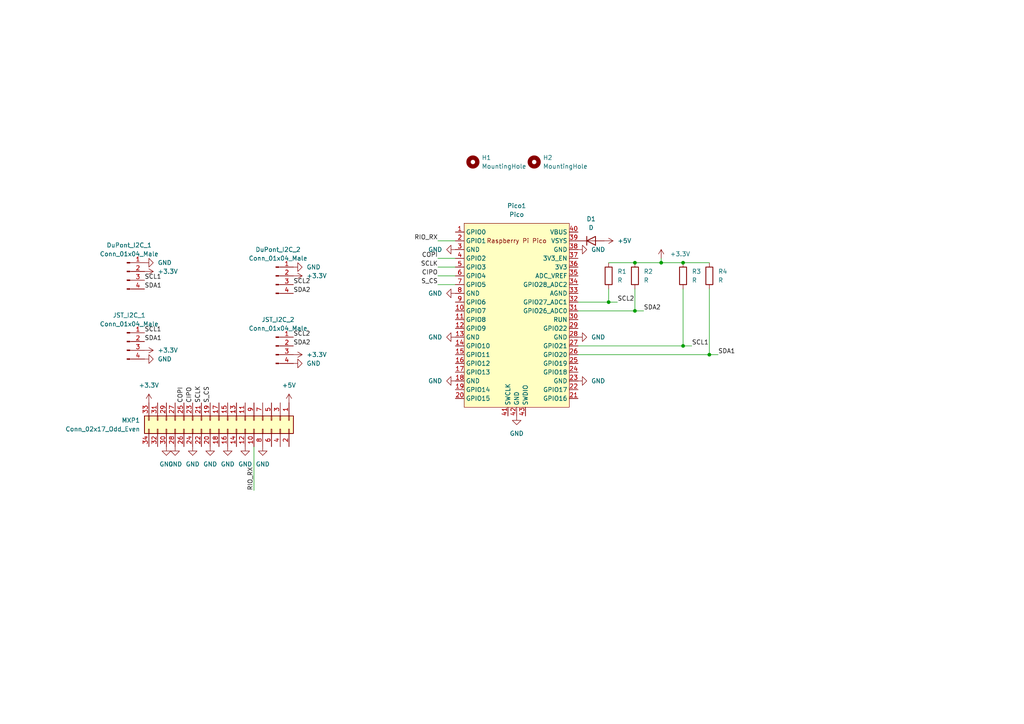
<source format=kicad_sch>
(kicad_sch (version 20211123) (generator eeschema)
  (paper "A4")
  (lib_symbols
    (symbol "Connector:Conn_01x04_Male" (pin_names (offset 1.016) hide)
      (property "Reference" "J" (at 0 5.08 0))
      (property "Value" "Conn_01x04_Male" (at 0 -7.62 0))
      (symbol "Conn_01x04_Male_1_1"
        (polyline (pts (xy 1.27 -5.08) (xy 0.8636 -5.08)) (stroke (width 0.1524)))
        (polyline (pts (xy 1.27 -2.54) (xy 0.8636 -2.54)) (stroke (width 0.1524)))
        (polyline (pts (xy 1.27 0) (xy 0.8636 0)) (stroke (width 0.1524)))
        (polyline (pts (xy 1.27 2.54) (xy 0.8636 2.54)) (stroke (width 0.1524)))
        (rectangle (start 0.8636 -4.953) (end 0 -5.207) (stroke (width 0.1524)) (fill (type outline)))
        (rectangle (start 0.8636 -2.413) (end 0 -2.667) (stroke (width 0.1524)) (fill (type outline)))
        (rectangle (start 0.8636 0.127) (end 0 -0.127) (stroke (width 0.1524)) (fill (type outline)))
        (rectangle (start 0.8636 2.667) (end 0 2.413) (stroke (width 0.1524)) (fill (type outline)))
        (pin passive line (at 5.08 2.54 180) (length 3.81) (name "Pin_1") (number "1"))
        (pin passive line (at 5.08 0 180) (length 3.81) (name "Pin_2") (number "2"))
        (pin passive line (at 5.08 -2.54 180) (length 3.81) (name "Pin_3") (number "3"))
        (pin passive line (at 5.08 -5.08 180) (length 3.81) (name "Pin_4") (number "4"))
      )
    )
    (symbol "Connector_Generic:Conn_02x17_Odd_Even" (pin_names (offset 1.016) hide)
      (property "Reference" "J" (at 1.27 22.86 0))
      (property "Value" "Conn_02x17_Odd_Even" (at 1.27 -22.86 0))
      (symbol "Conn_02x17_Odd_Even_1_1"
        (rectangle (start -1.27 -20.193) (end 0 -20.447) (stroke (width 0.1524)))
        (rectangle (start -1.27 -17.653) (end 0 -17.907) (stroke (width 0.1524)))
        (rectangle (start -1.27 -15.113) (end 0 -15.367) (stroke (width 0.1524)))
        (rectangle (start -1.27 -12.573) (end 0 -12.827) (stroke (width 0.1524)))
        (rectangle (start -1.27 -10.033) (end 0 -10.287) (stroke (width 0.1524)))
        (rectangle (start -1.27 -7.493) (end 0 -7.747) (stroke (width 0.1524)))
        (rectangle (start -1.27 -4.953) (end 0 -5.207) (stroke (width 0.1524)))
        (rectangle (start -1.27 -2.413) (end 0 -2.667) (stroke (width 0.1524)))
        (rectangle (start -1.27 0.127) (end 0 -0.127) (stroke (width 0.1524)))
        (rectangle (start -1.27 2.667) (end 0 2.413) (stroke (width 0.1524)))
        (rectangle (start -1.27 5.207) (end 0 4.953) (stroke (width 0.1524)))
        (rectangle (start -1.27 7.747) (end 0 7.493) (stroke (width 0.1524)))
        (rectangle (start -1.27 10.287) (end 0 10.033) (stroke (width 0.1524)))
        (rectangle (start -1.27 12.827) (end 0 12.573) (stroke (width 0.1524)))
        (rectangle (start -1.27 15.367) (end 0 15.113) (stroke (width 0.1524)))
        (rectangle (start -1.27 17.907) (end 0 17.653) (stroke (width 0.1524)))
        (rectangle (start -1.27 20.447) (end 0 20.193) (stroke (width 0.1524)))
        (rectangle (start -1.27 21.59) (end 3.81 -21.59) (stroke (width 0.254)) (fill (type background)))
        (rectangle (start 3.81 -20.193) (end 2.54 -20.447) (stroke (width 0.1524)))
        (rectangle (start 3.81 -17.653) (end 2.54 -17.907) (stroke (width 0.1524)))
        (rectangle (start 3.81 -15.113) (end 2.54 -15.367) (stroke (width 0.1524)))
        (rectangle (start 3.81 -12.573) (end 2.54 -12.827) (stroke (width 0.1524)))
        (rectangle (start 3.81 -10.033) (end 2.54 -10.287) (stroke (width 0.1524)))
        (rectangle (start 3.81 -7.493) (end 2.54 -7.747) (stroke (width 0.1524)))
        (rectangle (start 3.81 -4.953) (end 2.54 -5.207) (stroke (width 0.1524)))
        (rectangle (start 3.81 -2.413) (end 2.54 -2.667) (stroke (width 0.1524)))
        (rectangle (start 3.81 0.127) (end 2.54 -0.127) (stroke (width 0.1524)))
        (rectangle (start 3.81 2.667) (end 2.54 2.413) (stroke (width 0.1524)))
        (rectangle (start 3.81 5.207) (end 2.54 4.953) (stroke (width 0.1524)))
        (rectangle (start 3.81 7.747) (end 2.54 7.493) (stroke (width 0.1524)))
        (rectangle (start 3.81 10.287) (end 2.54 10.033) (stroke (width 0.1524)))
        (rectangle (start 3.81 12.827) (end 2.54 12.573) (stroke (width 0.1524)))
        (rectangle (start 3.81 15.367) (end 2.54 15.113) (stroke (width 0.1524)))
        (rectangle (start 3.81 17.907) (end 2.54 17.653) (stroke (width 0.1524)))
        (rectangle (start 3.81 20.447) (end 2.54 20.193) (stroke (width 0.1524)))
        (pin passive line (at -5.08 20.32 0) (length 3.81) (name "Pin_1") (number "1"))
        (pin passive line (at 7.62 10.16 180) (length 3.81) (name "Pin_10") (number "10"))
        (pin passive line (at -5.08 7.62 0) (length 3.81) (name "Pin_11") (number "11"))
        (pin passive line (at 7.62 7.62 180) (length 3.81) (name "Pin_12") (number "12"))
        (pin passive line (at -5.08 5.08 0) (length 3.81) (name "Pin_13") (number "13"))
        (pin passive line (at 7.62 5.08 180) (length 3.81) (name "Pin_14") (number "14"))
        (pin passive line (at -5.08 2.54 0) (length 3.81) (name "Pin_15") (number "15"))
        (pin passive line (at 7.62 2.54 180) (length 3.81) (name "Pin_16") (number "16"))
        (pin passive line (at -5.08 0 0) (length 3.81) (name "Pin_17") (number "17"))
        (pin passive line (at 7.62 0 180) (length 3.81) (name "Pin_18") (number "18"))
        (pin passive line (at -5.08 -2.54 0) (length 3.81) (name "Pin_19") (number "19"))
        (pin passive line (at 7.62 20.32 180) (length 3.81) (name "Pin_2") (number "2"))
        (pin passive line (at 7.62 -2.54 180) (length 3.81) (name "Pin_20") (number "20"))
        (pin passive line (at -5.08 -5.08 0) (length 3.81) (name "Pin_21") (number "21"))
        (pin passive line (at 7.62 -5.08 180) (length 3.81) (name "Pin_22") (number "22"))
        (pin passive line (at -5.08 -7.62 0) (length 3.81) (name "Pin_23") (number "23"))
        (pin passive line (at 7.62 -7.62 180) (length 3.81) (name "Pin_24") (number "24"))
        (pin passive line (at -5.08 -10.16 0) (length 3.81) (name "Pin_25") (number "25"))
        (pin passive line (at 7.62 -10.16 180) (length 3.81) (name "Pin_26") (number "26"))
        (pin passive line (at -5.08 -12.7 0) (length 3.81) (name "Pin_27") (number "27"))
        (pin passive line (at 7.62 -12.7 180) (length 3.81) (name "Pin_28") (number "28"))
        (pin passive line (at -5.08 -15.24 0) (length 3.81) (name "Pin_29") (number "29"))
        (pin passive line (at -5.08 17.78 0) (length 3.81) (name "Pin_3") (number "3"))
        (pin passive line (at 7.62 -15.24 180) (length 3.81) (name "Pin_30") (number "30"))
        (pin passive line (at -5.08 -17.78 0) (length 3.81) (name "Pin_31") (number "31"))
        (pin passive line (at 7.62 -17.78 180) (length 3.81) (name "Pin_32") (number "32"))
        (pin passive line (at -5.08 -20.32 0) (length 3.81) (name "Pin_33") (number "33"))
        (pin passive line (at 7.62 -20.32 180) (length 3.81) (name "Pin_34") (number "34"))
        (pin passive line (at 7.62 17.78 180) (length 3.81) (name "Pin_4") (number "4"))
        (pin passive line (at -5.08 15.24 0) (length 3.81) (name "Pin_5") (number "5"))
        (pin passive line (at 7.62 15.24 180) (length 3.81) (name "Pin_6") (number "6"))
        (pin passive line (at -5.08 12.7 0) (length 3.81) (name "Pin_7") (number "7"))
        (pin passive line (at 7.62 12.7 180) (length 3.81) (name "Pin_8") (number "8"))
        (pin passive line (at -5.08 10.16 0) (length 3.81) (name "Pin_9") (number "9"))
      )
    )
    (symbol "Device:D" (pin_numbers hide) (pin_names (offset 1.016) hide)
      (property "Reference" "D" (at 0 2.54 0))
      (property "Value" "D" (at 0 -2.54 0))
      (symbol "D_0_1"
        (polyline (pts (xy -1.27 1.27) (xy -1.27 -1.27)) (stroke (width 0.254)))
        (polyline (pts (xy 1.27 0) (xy -1.27 0)))
        (polyline (pts (xy 1.27 1.27) (xy 1.27 -1.27) (xy -1.27 0) (xy 1.27 1.27)) (stroke (width 0.254)))
      )
      (symbol "D_1_1"
        (pin passive line (at -3.81 0 0) (length 2.54) (name "K") (number "1"))
        (pin passive line (at 3.81 0 180) (length 2.54) (name "A") (number "2"))
      )
    )
    (symbol "Device:R" (pin_numbers hide) (pin_names (offset 0))
      (property "Reference" "R" (at 2.032 0 90))
      (property "Value" "R" (at 0 0 90))
      (symbol "R_0_1"
        (rectangle (start -1.016 -2.54) (end 1.016 2.54) (stroke (width 0.254)))
      )
      (symbol "R_1_1"
        (pin passive line (at 0 3.81 270) (length 1.27) (name "~") (number "1"))
        (pin passive line (at 0 -3.81 90) (length 1.27) (name "~") (number "2"))
      )
    )
    (symbol "MCU_RaspberryPi_and_Boards:Pico"
      (property "Reference" "U" (at -13.97 27.94 0))
      (property "Value" "Pico" (at 0 19.05 0))
      (symbol "Pico_0_0"
        (text "Raspberry Pi Pico" (at 0 21.59 0) (effects (font (size 1.27 1.27))))
      )
      (symbol "Pico_0_1"
        (rectangle (start -15.24 26.67) (end 15.24 -26.67) (fill (type background)))
      )
      (symbol "Pico_1_1"
        (pin bidirectional line (at -17.78 24.13 0) (length 2.54) (name "GPIO0") (number "1"))
        (pin bidirectional line (at -17.78 1.27 0) (length 2.54) (name "GPIO7") (number "10"))
        (pin bidirectional line (at -17.78 -1.27 0) (length 2.54) (name "GPIO8") (number "11"))
        (pin bidirectional line (at -17.78 -3.81 0) (length 2.54) (name "GPIO9") (number "12"))
        (pin power_in line (at -17.78 -6.35 0) (length 2.54) (name "GND") (number "13"))
        (pin bidirectional line (at -17.78 -8.89 0) (length 2.54) (name "GPIO10") (number "14"))
        (pin bidirectional line (at -17.78 -11.43 0) (length 2.54) (name "GPIO11") (number "15"))
        (pin bidirectional line (at -17.78 -13.97 0) (length 2.54) (name "GPIO12") (number "16"))
        (pin bidirectional line (at -17.78 -16.51 0) (length 2.54) (name "GPIO13") (number "17"))
        (pin power_in line (at -17.78 -19.05 0) (length 2.54) (name "GND") (number "18"))
        (pin bidirectional line (at -17.78 -21.59 0) (length 2.54) (name "GPIO14") (number "19"))
        (pin bidirectional line (at -17.78 21.59 0) (length 2.54) (name "GPIO1") (number "2"))
        (pin bidirectional line (at -17.78 -24.13 0) (length 2.54) (name "GPIO15") (number "20"))
        (pin bidirectional line (at 17.78 -24.13 180) (length 2.54) (name "GPIO16") (number "21"))
        (pin bidirectional line (at 17.78 -21.59 180) (length 2.54) (name "GPIO17") (number "22"))
        (pin power_in line (at 17.78 -19.05 180) (length 2.54) (name "GND") (number "23"))
        (pin bidirectional line (at 17.78 -16.51 180) (length 2.54) (name "GPIO18") (number "24"))
        (pin bidirectional line (at 17.78 -13.97 180) (length 2.54) (name "GPIO19") (number "25"))
        (pin bidirectional line (at 17.78 -11.43 180) (length 2.54) (name "GPIO20") (number "26"))
        (pin bidirectional line (at 17.78 -8.89 180) (length 2.54) (name "GPIO21") (number "27"))
        (pin power_in line (at 17.78 -6.35 180) (length 2.54) (name "GND") (number "28"))
        (pin bidirectional line (at 17.78 -3.81 180) (length 2.54) (name "GPIO22") (number "29"))
        (pin power_in line (at -17.78 19.05 0) (length 2.54) (name "GND") (number "3"))
        (pin input line (at 17.78 -1.27 180) (length 2.54) (name "RUN") (number "30"))
        (pin bidirectional line (at 17.78 1.27 180) (length 2.54) (name "GPIO26_ADC0") (number "31"))
        (pin bidirectional line (at 17.78 3.81 180) (length 2.54) (name "GPIO27_ADC1") (number "32"))
        (pin power_in line (at 17.78 6.35 180) (length 2.54) (name "AGND") (number "33"))
        (pin bidirectional line (at 17.78 8.89 180) (length 2.54) (name "GPIO28_ADC2") (number "34"))
        (pin power_in line (at 17.78 11.43 180) (length 2.54) (name "ADC_VREF") (number "35"))
        (pin power_in line (at 17.78 13.97 180) (length 2.54) (name "3V3") (number "36"))
        (pin input line (at 17.78 16.51 180) (length 2.54) (name "3V3_EN") (number "37"))
        (pin bidirectional line (at 17.78 19.05 180) (length 2.54) (name "GND") (number "38"))
        (pin power_in line (at 17.78 21.59 180) (length 2.54) (name "VSYS") (number "39"))
        (pin bidirectional line (at -17.78 16.51 0) (length 2.54) (name "GPIO2") (number "4"))
        (pin power_in line (at 17.78 24.13 180) (length 2.54) (name "VBUS") (number "40"))
        (pin input line (at -2.54 -29.21 90) (length 2.54) (name "SWCLK") (number "41"))
        (pin power_in line (at 0 -29.21 90) (length 2.54) (name "GND") (number "42"))
        (pin bidirectional line (at 2.54 -29.21 90) (length 2.54) (name "SWDIO") (number "43"))
        (pin bidirectional line (at -17.78 13.97 0) (length 2.54) (name "GPIO3") (number "5"))
        (pin bidirectional line (at -17.78 11.43 0) (length 2.54) (name "GPIO4") (number "6"))
        (pin bidirectional line (at -17.78 8.89 0) (length 2.54) (name "GPIO5") (number "7"))
        (pin power_in line (at -17.78 6.35 0) (length 2.54) (name "GND") (number "8"))
        (pin bidirectional line (at -17.78 3.81 0) (length 2.54) (name "GPIO6") (number "9"))
      )
    )
    (symbol "Mechanical:MountingHole" (pin_names (offset 1.016))
      (property "Reference" "H" (at 0 5.08 0))
      (property "Value" "MountingHole" (at 0 3.175 0))
      (symbol "MountingHole_0_1"
        (circle (center 0 0) (radius 1.27) (stroke (width 1.27)))
      )
    )
    (symbol "power:+3.3V" (power) (pin_names (offset 0))
      (property "Value" "+3.3V" (at 0 3.556 0))
      (symbol "+3.3V_0_1"
        (polyline (pts (xy -0.762 1.27) (xy 0 2.54)))
        (polyline (pts (xy 0 0) (xy 0 2.54)))
        (polyline (pts (xy 0 2.54) (xy 0.762 1.27)))
      )
      (symbol "+3.3V_1_1"
        (pin power_in line (at 0 0 90) (length 0) hide (name "+3.3V") (number "1"))
      )
    )
    (symbol "power:+5V" (power) (pin_names (offset 0))
      (property "Value" "+5V" (at 0 3.556 0))
      (symbol "+5V_0_1"
        (polyline (pts (xy -0.762 1.27) (xy 0 2.54)))
        (polyline (pts (xy 0 0) (xy 0 2.54)))
        (polyline (pts (xy 0 2.54) (xy 0.762 1.27)))
      )
      (symbol "+5V_1_1"
        (pin power_in line (at 0 0 90) (length 0) hide (name "+5V") (number "1"))
      )
    )
    (symbol "power:GND" (power) (pin_names (offset 0))
      (property "Value" "GND" (at 0 -3.81 0))
      (symbol "GND_0_1"
        (polyline (pts (xy 0 0) (xy 0 -1.27) (xy 1.27 -1.27) (xy 0 -2.54) (xy -1.27 -1.27) (xy 0 -1.27)))
      )
      (symbol "GND_1_1"
        (pin power_in line (at 0 0 270) (length 0) hide (name "GND") (number "1"))
      )
    )
  )
  (junction (at 184.15 76.2))
  (junction (at 191.77 76.2))
  (junction (at 205.74 102.87))
  (junction (at 198.12 100.33))
  (junction (at 184.15 90.17))
  (junction (at 198.12 76.2))
  (junction (at 176.53 87.63))
  (wire (pts (xy 73.66 142.24) (xy 73.66 129.54)))
  (wire (pts (xy 198.12 76.2) (xy 205.74 76.2)))
  (wire (pts (xy 127 80.01) (xy 132.08 80.01)))
  (wire (pts (xy 186.69 90.17) (xy 184.15 90.17)))
  (wire (pts (xy 167.64 100.33) (xy 198.12 100.33)))
  (wire (pts (xy 184.15 90.17) (xy 167.64 90.17)))
  (wire (pts (xy 198.12 83.82) (xy 198.12 100.33)))
  (wire (pts (xy 179.07 87.63) (xy 176.53 87.63)))
  (wire (pts (xy 127 82.55) (xy 132.08 82.55)))
  (wire (pts (xy 176.53 83.82) (xy 176.53 87.63)))
  (wire (pts (xy 191.77 76.2) (xy 198.12 76.2)))
  (wire (pts (xy 176.53 76.2) (xy 184.15 76.2)))
  (wire (pts (xy 127 69.85) (xy 132.08 69.85)))
  (wire (pts (xy 167.64 102.87) (xy 205.74 102.87)))
  (wire (pts (xy 198.12 100.33) (xy 200.66 100.33)))
  (wire (pts (xy 176.53 87.63) (xy 167.64 87.63)))
  (wire (pts (xy 127 74.93) (xy 132.08 74.93)))
  (wire (pts (xy 127 77.47) (xy 132.08 77.47)))
  (wire (pts (xy 205.74 102.87) (xy 208.28 102.87)))
  (wire (pts (xy 184.15 83.82) (xy 184.15 90.17)))
  (wire (pts (xy 184.15 76.2) (xy 191.77 76.2)))
  (wire (pts (xy 205.74 83.82) (xy 205.74 102.87)))
  (wire (pts (xy 191.77 74.93) (xy 191.77 76.2)))
  (label "SDA2" (at 85.09 85.09 0))
  (label "SCL2" (at 179.07 87.63 0))
  (label "SDA1" (at 41.91 99.06 0))
  (label "SCL1" (at 41.91 81.28 0))
  (label "RIO_RX" (at 73.66 142.24 90))
  (label "S_CS" (at 127 82.55 180))
  (label "S_CS" (at 60.96 116.84 90))
  (label "SDA2" (at 85.09 100.33 0))
  (label "SDA1" (at 41.91 83.82 0))
  (label "SCL2" (at 85.09 82.55 0))
  (label "COPI" (at 53.34 116.84 90))
  (label "SCL2" (at 85.09 97.79 0))
  (label "SCLK" (at 58.42 116.84 90))
  (label "RIO_RX" (at 127 69.85 180))
  (label "SCLK" (at 127 77.47 180))
  (label "CIPO" (at 55.88 116.84 90))
  (label "COPI" (at 127 74.93 180))
  (label "SCL1" (at 41.91 96.52 0))
  (label "SCL1" (at 200.66 100.33 0))
  (label "SDA2" (at 186.69 90.17 0))
  (label "CIPO" (at 127 80.01 180))
  (label "SDA1" (at 208.28 102.87 0))
  (symbol (lib_id "power:+3.3V") (at 85.09 102.87 270) (unit 1)
    (property "Reference" "#PWR0115" (effects hide))
    (property "Value" "+3.3V" (at 88.9 102.8699 90) (effects (justify left)))
  )
  (symbol (lib_id "Device:R") (at 176.53 80.01 0) (mirror y) (unit 1)
    (property "Reference" "R1" (at 179.07 78.7399 0) (effects (justify right)))
    (property "Value" "R" (at 179.07 81.2799 0) (effects (justify right)))
    (property "Footprint" "Resistor_THT:R_Axial_DIN0207_L6.3mm_D2.5mm_P10.16mm_Horizontal" (effects hide))
  )
  (symbol (lib_id "power:GND") (at 50.8 129.54 0) (unit 1)
    (property "Reference" "#PWR0126" (effects hide))
    (property "Value" "GND" (at 50.8 134.62 0))
  )
  (symbol (lib_id "MCU_RaspberryPi_and_Boards:Pico") (at 149.86 91.44 0) (unit 1)
    (property "Reference" "Pico1" (at 149.86 59.69 0))
    (property "Value" "Pico" (at 149.86 62.23 0))
    (property "Footprint" "MCU_RaspberryPi_and_Boards:RPi_Pico_SMD_TH" (effects hide))
  )
  (symbol (lib_id "Mechanical:MountingHole") (at 154.94 46.99 0) (unit 1)
    (property "Reference" "H2" (at 157.48 45.7199 0) (effects (justify left)))
    (property "Value" "MountingHole" (at 157.48 48.2599 0) (effects (justify left)))
    (property "Footprint" "MountingHole:MountingHole_3.2mm_M3" (effects hide))
  )
  (symbol (lib_id "power:+3.3V") (at 41.91 101.6 270) (unit 1)
    (property "Reference" "#PWR0116" (effects hide))
    (property "Value" "+3.3V" (at 45.72 101.5999 90) (effects (justify left)))
  )
  (symbol (lib_id "power:+3.3V") (at 41.91 78.74 270) (unit 1)
    (property "Reference" "#PWR0112" (effects hide))
    (property "Value" "+3.3V" (at 45.72 78.7399 90) (effects (justify left)))
  )
  (symbol (lib_id "power:GND") (at 132.08 97.79 270) (unit 1)
    (property "Reference" "#PWR0104" (effects hide))
    (property "Value" "GND" (at 128.27 97.7899 90) (effects (justify right)))
  )
  (symbol (lib_id "power:+5V") (at 83.82 116.84 0) (mirror y) (unit 1)
    (property "Reference" "#PWR0119" (effects hide))
    (property "Value" "+5V" (at 83.82 111.76 0))
  )
  (symbol (lib_id "Connector:Conn_01x04_Male") (at 36.83 78.74 0) (unit 1)
    (property "Reference" "DuPont_I2C_1" (at 37.465 71.12 0))
    (property "Value" "Conn_01x04_Male" (at 37.465 73.66 0))
    (property "Footprint" "Connector_PinHeader_2.54mm:PinHeader_1x04_P2.54mm_Horizontal" (effects hide))
  )
  (symbol (lib_id "Device:R") (at 184.15 80.01 0) (mirror y) (unit 1)
    (property "Reference" "R2" (at 186.69 78.7399 0) (effects (justify right)))
    (property "Value" "R" (at 186.69 81.2799 0) (effects (justify right)))
    (property "Footprint" "Resistor_THT:R_Axial_DIN0207_L6.3mm_D2.5mm_P10.16mm_Horizontal" (effects hide))
  )
  (symbol (lib_id "power:GND") (at 76.2 129.54 0) (unit 1)
    (property "Reference" "#PWR0120" (effects hide))
    (property "Value" "GND" (at 76.2 134.62 0))
  )
  (symbol (lib_id "power:GND") (at 41.91 76.2 90) (unit 1)
    (property "Reference" "#PWR0111" (effects hide))
    (property "Value" "GND" (at 45.72 76.1999 90) (effects (justify right)))
  )
  (symbol (lib_id "power:GND") (at 132.08 85.09 270) (unit 1)
    (property "Reference" "#PWR0103" (effects hide))
    (property "Value" "GND" (at 128.27 85.0899 90) (effects (justify right)))
  )
  (symbol (lib_id "power:GND") (at 55.88 129.54 0) (unit 1)
    (property "Reference" "#PWR0123" (effects hide))
    (property "Value" "GND" (at 55.88 134.62 0))
  )
  (symbol (lib_id "Connector:Conn_01x04_Male") (at 80.01 100.33 0) (unit 1)
    (property "Reference" "JST_I2C_2" (at 80.645 92.71 0))
    (property "Value" "Conn_01x04_Male" (at 80.645 95.25 0))
    (property "Footprint" "Connector_JST:JST_PH_S4B-PH-K_1x04_P2.00mm_Horizontal" (effects hide))
  )
  (symbol (lib_id "power:GND") (at 167.64 97.79 90) (unit 1)
    (property "Reference" "#PWR0109" (effects hide))
    (property "Value" "GND" (at 171.45 97.7899 90) (effects (justify right)))
  )
  (symbol (lib_id "power:GND") (at 71.12 129.54 0) (unit 1)
    (property "Reference" "#PWR0122" (effects hide))
    (property "Value" "GND" (at 71.12 134.62 0))
  )
  (symbol (lib_id "Device:R") (at 198.12 80.01 0) (mirror y) (unit 1)
    (property "Reference" "R3" (at 200.66 78.7399 0) (effects (justify right)))
    (property "Value" "R" (at 200.66 81.2799 0) (effects (justify right)))
    (property "Footprint" "Resistor_THT:R_Axial_DIN0207_L6.3mm_D2.5mm_P10.16mm_Horizontal" (effects hide))
  )
  (symbol (lib_id "power:GND") (at 48.26 129.54 0) (unit 1)
    (property "Reference" "#PWR0125" (effects hide))
    (property "Value" "GND" (at 48.26 134.62 0))
  )
  (symbol (lib_id "Connector:Conn_01x04_Male") (at 80.01 80.01 0) (unit 1)
    (property "Reference" "DuPont_I2C_2" (at 80.645 72.39 0))
    (property "Value" "Conn_01x04_Male" (at 80.645 74.93 0))
    (property "Footprint" "Connector_PinHeader_2.54mm:PinHeader_1x04_P2.54mm_Horizontal" (effects hide))
  )
  (symbol (lib_id "power:GND") (at 132.08 72.39 270) (mirror x) (unit 1)
    (property "Reference" "#PWR0102" (effects hide))
    (property "Value" "GND" (at 128.27 72.3899 90) (effects (justify right)))
  )
  (symbol (lib_id "power:GND") (at 167.64 110.49 90) (unit 1)
    (property "Reference" "#PWR0108" (effects hide))
    (property "Value" "GND" (at 171.45 110.4899 90) (effects (justify right)))
  )
  (symbol (lib_id "power:GND") (at 85.09 77.47 90) (mirror x) (unit 1)
    (property "Reference" "#PWR0101" (effects hide))
    (property "Value" "GND" (at 88.9 77.4699 90) (effects (justify right)))
  )
  (symbol (lib_id "Device:R") (at 205.74 80.01 0) (unit 1)
    (property "Reference" "R4" (at 208.28 78.7399 0) (effects (justify left)))
    (property "Value" "R" (at 208.28 81.2799 0) (effects (justify left)))
    (property "Footprint" "Resistor_THT:R_Axial_DIN0207_L6.3mm_D2.5mm_P10.16mm_Horizontal" (effects hide))
  )
  (symbol (lib_id "power:+5V") (at 175.26 69.85 270) (unit 1)
    (property "Reference" "#PWR0117" (effects hide))
    (property "Value" "+5V" (at 179.07 69.8499 90) (effects (justify left)))
  )
  (symbol (lib_id "power:GND") (at 132.08 110.49 270) (unit 1)
    (property "Reference" "#PWR0105" (effects hide))
    (property "Value" "GND" (at 128.27 110.4899 90) (effects (justify right)))
  )
  (symbol (lib_id "Device:D") (at 171.45 69.85 0) (mirror x) (unit 1)
    (property "Reference" "D1" (at 171.45 63.5 0))
    (property "Value" "D" (at 171.45 66.04 0))
    (property "Footprint" "Diode_THT:D_DO-15_P12.70mm_Horizontal" (effects hide))
  )
  (symbol (lib_id "Connector_Generic:Conn_02x17_Odd_Even") (at 63.5 121.92 270) (unit 1)
    (property "Reference" "MXP1" (at 40.64 121.9199 90) (effects (justify right)))
    (property "Value" "Conn_02x17_Odd_Even" (at 40.64 124.4599 90) (effects (justify right)))
    (property "Footprint" "Connector_PinSocket_2.54mm:PinSocket_2x17_P2.54mm_Vertical" (effects hide))
  )
  (symbol (lib_id "Mechanical:MountingHole") (at 137.16 46.99 0) (unit 1)
    (property "Reference" "H1" (at 139.7 45.7199 0) (effects (justify left)))
    (property "Value" "MountingHole" (at 139.7 48.2599 0) (effects (justify left)))
    (property "Footprint" "MountingHole:MountingHole_3.2mm_M3" (effects hide))
  )
  (symbol (lib_id "power:+3.3V") (at 43.18 116.84 0) (unit 1)
    (property "Reference" "#PWR0118" (effects hide))
    (property "Value" "+3.3V" (at 43.18 111.76 0))
  )
  (symbol (lib_id "power:GND") (at 149.86 120.65 0) (unit 1)
    (property "Reference" "#PWR0107" (effects hide))
    (property "Value" "GND" (at 149.86 125.73 0))
  )
  (symbol (lib_id "power:GND") (at 85.09 105.41 90) (mirror x) (unit 1)
    (property "Reference" "#PWR0114" (effects hide))
    (property "Value" "GND" (at 88.9 105.4099 90) (effects (justify right)))
  )
  (symbol (lib_id "power:GND") (at 167.64 72.39 90) (unit 1)
    (property "Reference" "#PWR0106" (effects hide))
    (property "Value" "GND" (at 171.45 72.3899 90) (effects (justify right)))
  )
  (symbol (lib_id "power:+3.3V") (at 191.77 74.93 0) (unit 1)
    (property "Reference" "#PWR0127" (effects hide))
    (property "Value" "+3.3V" (at 194.31 73.6599 0) (effects (justify left)))
  )
  (symbol (lib_id "power:GND") (at 41.91 104.14 90) (unit 1)
    (property "Reference" "#PWR0113" (effects hide))
    (property "Value" "GND" (at 45.72 104.1399 90) (effects (justify right)))
  )
  (symbol (lib_id "power:GND") (at 60.96 129.54 0) (unit 1)
    (property "Reference" "#PWR0124" (effects hide))
    (property "Value" "GND" (at 60.96 134.62 0))
  )
  (symbol (lib_id "power:GND") (at 66.04 129.54 0) (unit 1)
    (property "Reference" "#PWR0121" (effects hide))
    (property "Value" "GND" (at 66.04 134.62 0))
  )
  (symbol (lib_id "power:+3.3V") (at 85.09 80.01 270) (unit 1)
    (property "Reference" "#PWR0110" (effects hide))
    (property "Value" "+3.3V" (at 88.9 80.0099 90) (effects (justify left)))
  )
  (symbol (lib_id "Connector:Conn_01x04_Male") (at 36.83 99.06 0) (unit 1)
    (property "Reference" "JST_I2C_1" (at 37.465 91.44 0))
    (property "Value" "Conn_01x04_Male" (at 37.465 93.98 0))
    (property "Footprint" "Connector_JST:JST_PH_S4B-PH-K_1x04_P2.00mm_Horizontal" (effects hide))
  )
)
</source>
